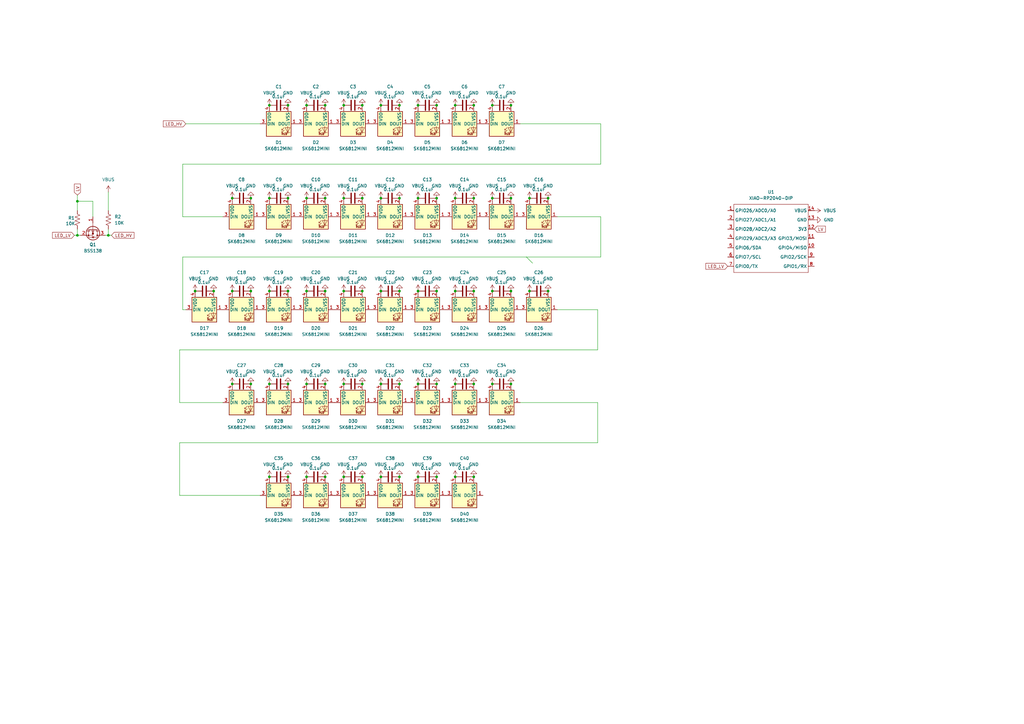
<source format=kicad_sch>
(kicad_sch (version 20250114) (generator "eeschema") (generator_version "9.0")
  (paper "A3")
  (junction (at 224.79 119.38))
  (junction (at 201.93 119.38))
  (junction (at 186.69 195.58))
  (junction (at 179.07 157.48))
  (junction (at 31.75 96.52))
  (junction (at 163.83 43.18))
  (junction (at 194.31 81.28))
  (junction (at 156.21 195.58))
  (junction (at 125.73 195.58))
  (junction (at 148.59 43.18))
  (junction (at 125.73 119.38))
  (junction (at 110.49 195.58))
  (junction (at 186.69 43.18))
  (junction (at 95.25 119.38))
  (junction (at 148.59 119.38))
  (junction (at 201.93 157.48))
  (junction (at 171.45 119.38))
  (junction (at 125.73 43.18))
  (junction (at 140.97 157.48))
  (junction (at 80.01 119.38))
  (junction (at 95.25 81.28))
  (junction (at 194.31 43.18))
  (junction (at 140.97 43.18))
  (junction (at 31.75 82.55))
  (junction (at 118.11 81.28))
  (junction (at 102.87 119.38))
  (junction (at 125.73 81.28))
  (junction (at 118.11 43.18))
  (junction (at 171.45 43.18))
  (junction (at 179.07 195.58))
  (junction (at 102.87 157.48))
  (junction (at 156.21 81.28))
  (junction (at 217.17 81.28))
  (junction (at 224.79 81.28))
  (junction (at 110.49 43.18))
  (junction (at 201.93 81.28))
  (junction (at 110.49 157.48))
  (junction (at 133.35 195.58))
  (junction (at 186.69 157.48))
  (junction (at 156.21 43.18))
  (junction (at 156.21 119.38))
  (junction (at 44.45 96.52))
  (junction (at 194.31 157.48))
  (junction (at 209.55 119.38))
  (junction (at 194.31 119.38))
  (junction (at 179.07 81.28))
  (junction (at 148.59 81.28))
  (junction (at 102.87 81.28))
  (junction (at 217.17 119.38))
  (junction (at 171.45 81.28))
  (junction (at 209.55 81.28))
  (junction (at 171.45 157.48))
  (junction (at 118.11 119.38))
  (junction (at 148.59 195.58))
  (junction (at 156.21 157.48))
  (junction (at 133.35 43.18))
  (junction (at 194.31 195.58))
  (junction (at 163.83 195.58))
  (junction (at 118.11 157.48))
  (junction (at 186.69 81.28))
  (junction (at 110.49 119.38))
  (junction (at 118.11 195.58))
  (junction (at 209.55 157.48))
  (junction (at 133.35 119.38))
  (junction (at 125.73 157.48))
  (junction (at 140.97 81.28))
  (junction (at 140.97 119.38))
  (junction (at 110.49 81.28))
  (junction (at 148.59 157.48))
  (junction (at 163.83 157.48))
  (junction (at 87.63 119.38))
  (junction (at 186.69 119.38))
  (junction (at 133.35 157.48))
  (junction (at 140.97 195.58))
  (junction (at 95.25 157.48))
  (junction (at 133.35 81.28))
  (junction (at 163.83 81.28))
  (junction (at 201.93 43.18))
  (junction (at 179.07 43.18))
  (junction (at 163.83 119.38))
  (junction (at 179.07 119.38))
  (junction (at 209.55 43.18))
  (junction (at 171.45 195.58))
  (bus_entry (at 215.9 105.41) (size 2.54 2.54))
  (wire (pts (xy 31.75 80.01) (xy 31.75 82.55)))
  (wire (pts (xy 245.11 143.51) (xy 73.66 143.51)))
  (wire (pts (xy 246.38 105.41) (xy 215.9 105.41)))
  (wire (pts (xy 245.11 165.1) (xy 245.11 181.61)))
  (wire (pts (xy 74.93 67.31) (xy 74.93 88.9)))
  (wire (pts (xy 73.66 165.1) (xy 91.44 165.1)))
  (wire (pts (xy 76.2 50.8) (xy 106.68 50.8)))
  (wire (pts (xy 44.45 78.74) (xy 44.45 86.36)))
  (wire (pts (xy 44.45 93.98) (xy 44.45 96.52)))
  (wire (pts (xy 245.11 127) (xy 245.11 143.51)))
  (wire (pts (xy 74.93 105.41) (xy 74.93 127)))
  (wire (pts (xy 246.38 50.8) (xy 213.36 50.8)))
  (wire (pts (xy 45.72 96.52) (xy 44.45 96.52)))
  (wire (pts (xy 30.48 96.52) (xy 31.75 96.52)))
  (wire (pts (xy 38.1 82.55) (xy 31.75 82.55)))
  (wire (pts (xy 245.11 181.61) (xy 73.66 181.61)))
  (wire (pts (xy 73.66 143.51) (xy 73.66 165.1)))
  (wire (pts (xy 74.93 88.9) (xy 91.44 88.9)))
  (wire (pts (xy 74.93 127) (xy 76.2 127)))
  (wire (pts (xy 31.75 96.52) (xy 33.02 96.52)))
  (wire (pts (xy 31.75 93.98) (xy 31.75 96.52)))
  (wire (pts (xy 246.38 88.9) (xy 246.38 105.41)))
  (wire (pts (xy 38.1 88.9) (xy 38.1 82.55)))
  (wire (pts (xy 246.38 50.8) (xy 246.38 67.31)))
  (wire (pts (xy 73.66 181.61) (xy 73.66 203.2)))
  (wire (pts (xy 73.66 203.2) (xy 106.68 203.2)))
  (wire (pts (xy 31.75 82.55) (xy 31.75 86.36)))
  (wire (pts (xy 228.6 127) (xy 245.11 127)))
  (wire (pts (xy 44.45 96.52) (xy 43.18 96.52)))
  (wire (pts (xy 228.6 88.9) (xy 246.38 88.9)))
  (wire (pts (xy 215.9 105.41) (xy 74.93 105.41)))
  (wire (pts (xy 246.38 67.31) (xy 74.93 67.31)))
  (wire (pts (xy 213.36 165.1) (xy 245.11 165.1)))
  (global_label "LED_HV" (shape input) (at 76.2 50.8 180) (property "Intersheetrefs" "${INTERSHEET_REFS}" (effects (hide yes))))
  (global_label "LED_HV" (shape input) (at 45.72 96.52 0) (property "Intersheetrefs" "${INTERSHEET_REFS}" (effects (hide yes))))
  (global_label "LED_LV" (shape input) (at 298.45 109.22 180) (property "Intersheetrefs" "${INTERSHEET_REFS}" (effects (hide yes))))
  (global_label "LV" (shape input) (at 334.01 93.98 0) (property "Intersheetrefs" "${INTERSHEET_REFS}" (effects (hide yes))))
  (global_label "LED_LV" (shape input) (at 30.48 96.52 180) (property "Intersheetrefs" "${INTERSHEET_REFS}" (effects (hide yes))))
  (global_label "LV" (shape input) (at 31.75 80.01 90) (property "Intersheetrefs" "${INTERSHEET_REFS}" (effects (hide yes))))
  (symbol (lib_id "power:VBUS") (at 95.25 157.48 0) (unit 1)
    (property "Reference" "#PWR061" (effects (hide yes)))
    (property "Value" "VBUS" (at 95.25 152.4 0))
    (property "Description" "Power symbol creates a global label with name \"VBUS\"" (effects (hide yes)))
  )
  (symbol (lib_id "LED:SK6812MINI") (at 160.02 165.1 0) (unit 1)
    (property "Reference" "D31" (at 160.02 172.72 0))
    (property "Value" "SK6812MINI" (at 160.02 175.26 0))
    (property "Footprint" "footprints:SK6812MINI-E" (effects (hide yes)))
    (property "Datasheet" "https://cdn-shop.adafruit.com/product-files/2686/SK6812MINI_REV.01-1-2.pdf" (effects (hide yes)))
    (property "Description" "RGB LED with integrated controller" (effects (hide yes)))
  )
  (symbol (lib_id "Device:C") (at 175.26 157.48 90) (unit 1)
    (property "Reference" "C32" (at 175.26 149.86 90))
    (property "Value" "0.1uF" (at 175.26 153.924 90))
    (property "Footprint" "Capacitor_SMD:C_0805_2012Metric_Pad1.18x1.45mm_HandSolder" (effects (hide yes)))
    (property "Description" "Unpolarized capacitor" (effects (hide yes)))
  )
  (symbol (lib_id "power:VBUS") (at 110.49 43.18 0) (unit 1)
    (property "Reference" "#PWR01" (effects (hide yes)))
    (property "Value" "VBUS" (at 110.49 38.1 0))
    (property "Description" "Power symbol creates a global label with name \"VBUS\"" (effects (hide yes)))
  )
  (symbol (lib_id "power:VBUS") (at 217.17 81.28 0) (unit 1)
    (property "Reference" "#PWR032" (effects (hide yes)))
    (property "Value" "VBUS" (at 217.17 76.2 0))
    (property "Description" "Power symbol creates a global label with name \"VBUS\"" (effects (hide yes)))
  )
  (symbol (lib_id "LED:SK6812MINI") (at 175.26 165.1 0) (unit 1)
    (property "Reference" "D32" (at 175.26 172.72 0))
    (property "Value" "SK6812MINI" (at 175.26 175.26 0))
    (property "Footprint" "footprints:SK6812MINI-E" (effects (hide yes)))
    (property "Datasheet" "https://cdn-shop.adafruit.com/product-files/2686/SK6812MINI_REV.01-1-2.pdf" (effects (hide yes)))
    (property "Description" "RGB LED with integrated controller" (effects (hide yes)))
  )
  (symbol (lib_id "power:GND") (at 133.35 81.28 180) (unit 1)
    (property "Reference" "#PWR021" (effects (hide yes)))
    (property "Value" "GND" (at 133.35 76.2 0))
    (property "Description" "Power symbol creates a global label with name \"GND\" , ground" (effects (hide yes)))
  )
  (symbol (lib_id "power:VBUS") (at 125.73 195.58 0) (unit 1)
    (property "Reference" "#PWR081" (effects (hide yes)))
    (property "Value" "VBUS" (at 125.73 190.5 0))
    (property "Description" "Power symbol creates a global label with name \"VBUS\"" (effects (hide yes)))
  )
  (symbol (lib_id "power:VBUS") (at 201.93 157.48 0) (unit 1)
    (property "Reference" "#PWR075" (effects (hide yes)))
    (property "Value" "VBUS" (at 201.93 152.4 0))
    (property "Description" "Power symbol creates a global label with name \"VBUS\"" (effects (hide yes)))
  )
  (symbol (lib_id "Device:C") (at 220.98 81.28 90) (unit 1)
    (property "Reference" "C16" (at 220.98 73.66 90))
    (property "Value" "0.1uF" (at 220.98 77.724 90))
    (property "Footprint" "Capacitor_SMD:C_0805_2012Metric_Pad1.18x1.45mm_HandSolder" (effects (hide yes)))
    (property "Description" "Unpolarized capacitor" (effects (hide yes)))
  )
  (symbol (lib_id "Device:C") (at 114.3 157.48 90) (unit 1)
    (property "Reference" "C28" (at 114.3 149.86 90))
    (property "Value" "0.1uF" (at 114.3 153.924 90))
    (property "Footprint" "Capacitor_SMD:C_0805_2012Metric_Pad1.18x1.45mm_HandSolder" (effects (hide yes)))
    (property "Description" "Unpolarized capacitor" (effects (hide yes)))
  )
  (symbol (lib_id "LED:SK6812MINI") (at 160.02 50.8 0) (unit 1)
    (property "Reference" "D4" (at 160.02 58.42 0))
    (property "Value" "SK6812MINI" (at 160.02 60.96 0))
    (property "Footprint" "footprints:SK6812MINI-E" (effects (hide yes)))
    (property "Datasheet" "https://cdn-shop.adafruit.com/product-files/2686/SK6812MINI_REV.01-1-2.pdf" (effects (hide yes)))
    (property "Description" "RGB LED with integrated controller" (effects (hide yes)))
  )
  (symbol (lib_id "Device:C") (at 175.26 195.58 90) (unit 1)
    (property "Reference" "C39" (at 175.26 187.96 90))
    (property "Value" "0.1uF" (at 175.26 192.024 90))
    (property "Footprint" "Capacitor_SMD:C_0805_2012Metric_Pad1.18x1.45mm_HandSolder" (effects (hide yes)))
    (property "Description" "Unpolarized capacitor" (effects (hide yes)))
  )
  (symbol (lib_id "power:VBUS") (at 171.45 195.58 0) (unit 1)
    (property "Reference" "#PWR087" (effects (hide yes)))
    (property "Value" "VBUS" (at 171.45 190.5 0))
    (property "Description" "Power symbol creates a global label with name \"VBUS\"" (effects (hide yes)))
  )
  (symbol (lib_id "power:GND") (at 209.55 43.18 180) (unit 1)
    (property "Reference" "#PWR014" (effects (hide yes)))
    (property "Value" "GND" (at 209.55 38.1 0))
    (property "Description" "Power symbol creates a global label with name \"GND\" , ground" (effects (hide yes)))
  )
  (symbol (lib_id "Device:C") (at 190.5 157.48 90) (unit 1)
    (property "Reference" "C33" (at 190.5 149.86 90))
    (property "Value" "0.1uF" (at 190.5 153.924 90))
    (property "Footprint" "Capacitor_SMD:C_0805_2012Metric_Pad1.18x1.45mm_HandSolder" (effects (hide yes)))
    (property "Description" "Unpolarized capacitor" (effects (hide yes)))
  )
  (symbol (lib_id "Device:C") (at 144.78 157.48 90) (unit 1)
    (property "Reference" "C30" (at 144.78 149.86 90))
    (property "Value" "0.1uF" (at 144.78 153.924 90))
    (property "Footprint" "Capacitor_SMD:C_0805_2012Metric_Pad1.18x1.45mm_HandSolder" (effects (hide yes)))
    (property "Description" "Unpolarized capacitor" (effects (hide yes)))
  )
  (symbol (lib_id "power:VBUS") (at 156.21 195.58 0) (unit 1)
    (property "Reference" "#PWR085" (effects (hide yes)))
    (property "Value" "VBUS" (at 156.21 190.5 0))
    (property "Description" "Power symbol creates a global label with name \"VBUS\"" (effects (hide yes)))
  )
  (symbol (lib_id "power:VBUS") (at 171.45 157.48 0) (unit 1)
    (property "Reference" "#PWR071" (effects (hide yes)))
    (property "Value" "VBUS" (at 171.45 152.4 0))
    (property "Description" "Power symbol creates a global label with name \"VBUS\"" (effects (hide yes)))
  )
  (symbol (lib_id "Device:C") (at 144.78 81.28 90) (unit 1)
    (property "Reference" "C11" (at 144.78 73.66 90))
    (property "Value" "0.1uF" (at 144.78 77.724 90))
    (property "Footprint" "Capacitor_SMD:C_0805_2012Metric_Pad1.18x1.45mm_HandSolder" (effects (hide yes)))
    (property "Description" "Unpolarized capacitor" (effects (hide yes)))
  )
  (symbol (lib_id "Transistor_FET:BSS138") (at 38.1 93.98 270) (unit 1)
    (property "Reference" "Q1" (at 38.1 100.33 90))
    (property "Value" "BSS138" (at 38.1 102.87 90))
    (property "Footprint" "Package_TO_SOT_SMD:SOT-23" (effects (hide yes)))
    (property "Datasheet" "https://www.onsemi.com/pub/Collateral/BSS138-D.PDF" (effects (hide yes)))
    (property "Description" "50V Vds, 0.22A Id, N-Channel MOSFET, SOT-23" (effects (hide yes)))
  )
  (symbol (lib_id "LED:SK6812MINI") (at 220.98 127 0) (unit 1)
    (property "Reference" "D26" (at 220.98 134.62 0))
    (property "Value" "SK6812MINI" (at 220.98 137.16 0))
    (property "Footprint" "footprints:SK6812MINI-E" (effects (hide yes)))
    (property "Datasheet" "https://cdn-shop.adafruit.com/product-files/2686/SK6812MINI_REV.01-1-2.pdf" (effects (hide yes)))
    (property "Description" "RGB LED with integrated controller" (effects (hide yes)))
  )
  (symbol (lib_id "power:GND") (at 118.11 157.48 180) (unit 1)
    (property "Reference" "#PWR064" (effects (hide yes)))
    (property "Value" "GND" (at 118.11 152.4 0))
    (property "Description" "Power symbol creates a global label with name \"GND\" , ground" (effects (hide yes)))
  )
  (symbol (lib_id "Device:C") (at 129.54 81.28 90) (unit 1)
    (property "Reference" "C10" (at 129.54 73.66 90))
    (property "Value" "0.1uF" (at 129.54 77.724 90))
    (property "Footprint" "Capacitor_SMD:C_0805_2012Metric_Pad1.18x1.45mm_HandSolder" (effects (hide yes)))
    (property "Description" "Unpolarized capacitor" (effects (hide yes)))
  )
  (symbol (lib_id "power:GND") (at 209.55 157.48 180) (unit 1)
    (property "Reference" "#PWR076" (effects (hide yes)))
    (property "Value" "GND" (at 209.55 152.4 0))
    (property "Description" "Power symbol creates a global label with name \"GND\" , ground" (effects (hide yes)))
  )
  (symbol (lib_id "power:GND") (at 194.31 119.38 180) (unit 1)
    (property "Reference" "#PWR049" (effects (hide yes)))
    (property "Value" "GND" (at 194.31 114.3 0))
    (property "Description" "Power symbol creates a global label with name \"GND\" , ground" (effects (hide yes)))
  )
  (symbol (lib_id "Device:C") (at 160.02 195.58 90) (unit 1)
    (property "Reference" "C38" (at 160.02 187.96 90))
    (property "Value" "0.1uF" (at 160.02 192.024 90))
    (property "Footprint" "Capacitor_SMD:C_0805_2012Metric_Pad1.18x1.45mm_HandSolder" (effects (hide yes)))
    (property "Description" "Unpolarized capacitor" (effects (hide yes)))
  )
  (symbol (lib_id "power:GND") (at 148.59 157.48 180) (unit 1)
    (property "Reference" "#PWR068" (effects (hide yes)))
    (property "Value" "GND" (at 148.59 152.4 0))
    (property "Description" "Power symbol creates a global label with name \"GND\" , ground" (effects (hide yes)))
  )
  (symbol (lib_id "LED:SK6812MINI") (at 129.54 50.8 0) (unit 1)
    (property "Reference" "D2" (at 129.54 58.42 0))
    (property "Value" "SK6812MINI" (at 129.54 60.96 0))
    (property "Footprint" "footprints:SK6812MINI-E" (effects (hide yes)))
    (property "Datasheet" "https://cdn-shop.adafruit.com/product-files/2686/SK6812MINI_REV.01-1-2.pdf" (effects (hide yes)))
    (property "Description" "RGB LED with integrated controller" (effects (hide yes)))
  )
  (symbol (lib_id "power:VBUS") (at 140.97 157.48 0) (unit 1)
    (property "Reference" "#PWR067" (effects (hide yes)))
    (property "Value" "VBUS" (at 140.97 152.4 0))
    (property "Description" "Power symbol creates a global label with name \"VBUS\"" (effects (hide yes)))
  )
  (symbol (lib_id "power:GND") (at 179.07 81.28 180) (unit 1)
    (property "Reference" "#PWR027" (effects (hide yes)))
    (property "Value" "GND" (at 179.07 76.2 0))
    (property "Description" "Power symbol creates a global label with name \"GND\" , ground" (effects (hide yes)))
  )
  (symbol (lib_id "LED:SK6812MINI") (at 99.06 165.1 0) (unit 1)
    (property "Reference" "D27" (at 99.06 172.72 0))
    (property "Value" "SK6812MINI" (at 99.06 175.26 0))
    (property "Footprint" "footprints:SK6812MINI-E" (effects (hide yes)))
    (property "Datasheet" "https://cdn-shop.adafruit.com/product-files/2686/SK6812MINI_REV.01-1-2.pdf" (effects (hide yes)))
    (property "Description" "RGB LED with integrated controller" (effects (hide yes)))
  )
  (symbol (lib_id "power:GND") (at 163.83 195.58 180) (unit 1)
    (property "Reference" "#PWR086" (effects (hide yes)))
    (property "Value" "GND" (at 163.83 190.5 0))
    (property "Description" "Power symbol creates a global label with name \"GND\" , ground" (effects (hide yes)))
  )
  (symbol (lib_id "Device:C") (at 190.5 81.28 90) (unit 1)
    (property "Reference" "C14" (at 190.5 73.66 90))
    (property "Value" "0.1uF" (at 190.5 77.724 90))
    (property "Footprint" "Capacitor_SMD:C_0805_2012Metric_Pad1.18x1.45mm_HandSolder" (effects (hide yes)))
    (property "Description" "Unpolarized capacitor" (effects (hide yes)))
  )
  (symbol (lib_id "power:VBUS") (at 110.49 157.48 0) (unit 1)
    (property "Reference" "#PWR063" (effects (hide yes)))
    (property "Value" "VBUS" (at 110.49 152.4 0))
    (property "Description" "Power symbol creates a global label with name \"VBUS\"" (effects (hide yes)))
  )
  (symbol (lib_id "power:VBUS") (at 334.01 86.36 270) (unit 1)
    (property "Reference" "#PWR054" (effects (hide yes)))
    (property "Value" "VBUS" (at 337.82 86.3599 90) (effects (justify left)))
    (property "Description" "Power symbol creates a global label with name \"VBUS\"" (effects (hide yes)))
  )
  (symbol (lib_id "power:VBUS") (at 110.49 195.58 0) (unit 1)
    (property "Reference" "#PWR079" (effects (hide yes)))
    (property "Value" "VBUS" (at 110.49 190.5 0))
    (property "Description" "Power symbol creates a global label with name \"VBUS\"" (effects (hide yes)))
  )
  (symbol (lib_id "Seeed_Studio_XIAO_Series:XIAO-RP2040-DIP") (at 302.26 81.28 0) (unit 1)
    (property "Reference" "U1" (at 316.23 78.74 0))
    (property "Value" "XIAO-RP2040-DIP" (at 316.23 81.28 0))
    (property "Footprint" "Seeed Studio XIAO Series Library:XIAO-RP2040-DIP" (effects (hide yes)))
  )
  (symbol (lib_id "power:GND") (at 194.31 195.58 180) (unit 1)
    (property "Reference" "#PWR090" (effects (hide yes)))
    (property "Value" "GND" (at 194.31 190.5 0))
    (property "Description" "Power symbol creates a global label with name \"GND\" , ground" (effects (hide yes)))
  )
  (symbol (lib_id "power:VBUS") (at 110.49 119.38 0) (unit 1)
    (property "Reference" "#PWR038" (effects (hide yes)))
    (property "Value" "VBUS" (at 110.49 114.3 0))
    (property "Description" "Power symbol creates a global label with name \"VBUS\"" (effects (hide yes)))
  )
  (symbol (lib_id "LED:SK6812MINI") (at 160.02 203.2 0) (unit 1)
    (property "Reference" "D38" (at 160.02 210.82 0))
    (property "Value" "SK6812MINI" (at 160.02 213.36 0))
    (property "Footprint" "footprints:SK6812MINI-E" (effects (hide yes)))
    (property "Datasheet" "https://cdn-shop.adafruit.com/product-files/2686/SK6812MINI_REV.01-1-2.pdf" (effects (hide yes)))
    (property "Description" "RGB LED with integrated controller" (effects (hide yes)))
  )
  (symbol (lib_id "LED:SK6812MINI") (at 160.02 88.9 0) (unit 1)
    (property "Reference" "D12" (at 160.02 96.52 0))
    (property "Value" "SK6812MINI" (at 160.02 99.06 0))
    (property "Footprint" "footprints:SK6812MINI-E" (effects (hide yes)))
    (property "Datasheet" "https://cdn-shop.adafruit.com/product-files/2686/SK6812MINI_REV.01-1-2.pdf" (effects (hide yes)))
    (property "Description" "RGB LED with integrated controller" (effects (hide yes)))
  )
  (symbol (lib_id "Device:C") (at 160.02 119.38 90) (unit 1)
    (property "Reference" "C22" (at 160.02 111.76 90))
    (property "Value" "0.1uF" (at 160.02 115.824 90))
    (property "Footprint" "Capacitor_SMD:C_0805_2012Metric_Pad1.18x1.45mm_HandSolder" (effects (hide yes)))
    (property "Description" "Unpolarized capacitor" (effects (hide yes)))
  )
  (symbol (lib_id "LED:SK6812MINI") (at 144.78 88.9 0) (unit 1)
    (property "Reference" "D11" (at 144.78 96.52 0))
    (property "Value" "SK6812MINI" (at 144.78 99.06 0))
    (property "Footprint" "footprints:SK6812MINI-E" (effects (hide yes)))
    (property "Datasheet" "https://cdn-shop.adafruit.com/product-files/2686/SK6812MINI_REV.01-1-2.pdf" (effects (hide yes)))
    (property "Description" "RGB LED with integrated controller" (effects (hide yes)))
  )
  (symbol (lib_id "LED:SK6812MINI") (at 129.54 88.9 0) (unit 1)
    (property "Reference" "D10" (at 129.54 96.52 0))
    (property "Value" "SK6812MINI" (at 129.54 99.06 0))
    (property "Footprint" "footprints:SK6812MINI-E" (effects (hide yes)))
    (property "Datasheet" "https://cdn-shop.adafruit.com/product-files/2686/SK6812MINI_REV.01-1-2.pdf" (effects (hide yes)))
    (property "Description" "RGB LED with integrated controller" (effects (hide yes)))
  )
  (symbol (lib_id "LED:SK6812MINI") (at 190.5 127 0) (unit 1)
    (property "Reference" "D24" (at 190.5 134.62 0))
    (property "Value" "SK6812MINI" (at 190.5 137.16 0))
    (property "Footprint" "footprints:SK6812MINI-E" (effects (hide yes)))
    (property "Datasheet" "https://cdn-shop.adafruit.com/product-files/2686/SK6812MINI_REV.01-1-2.pdf" (effects (hide yes)))
    (property "Description" "RGB LED with integrated controller" (effects (hide yes)))
  )
  (symbol (lib_id "power:GND") (at 163.83 157.48 180) (unit 1)
    (property "Reference" "#PWR070" (effects (hide yes)))
    (property "Value" "GND" (at 163.83 152.4 0))
    (property "Description" "Power symbol creates a global label with name \"GND\" , ground" (effects (hide yes)))
  )
  (symbol (lib_id "power:VBUS") (at 156.21 119.38 0) (unit 1)
    (property "Reference" "#PWR044" (effects (hide yes)))
    (property "Value" "VBUS" (at 156.21 114.3 0))
    (property "Description" "Power symbol creates a global label with name \"VBUS\"" (effects (hide yes)))
  )
  (symbol (lib_id "Device:C") (at 114.3 195.58 90) (unit 1)
    (property "Reference" "C35" (at 114.3 187.96 90))
    (property "Value" "0.1uF" (at 114.3 192.024 90))
    (property "Footprint" "Capacitor_SMD:C_0805_2012Metric_Pad1.18x1.45mm_HandSolder" (effects (hide yes)))
    (property "Description" "Unpolarized capacitor" (effects (hide yes)))
  )
  (symbol (lib_id "Device:C") (at 190.5 119.38 90) (unit 1)
    (property "Reference" "C24" (at 190.5 111.76 90))
    (property "Value" "0.1uF" (at 190.5 115.824 90))
    (property "Footprint" "Capacitor_SMD:C_0805_2012Metric_Pad1.18x1.45mm_HandSolder" (effects (hide yes)))
    (property "Description" "Unpolarized capacitor" (effects (hide yes)))
  )
  (symbol (lib_id "LED:SK6812MINI") (at 190.5 50.8 0) (unit 1)
    (property "Reference" "D6" (at 190.5 58.42 0))
    (property "Value" "SK6812MINI" (at 190.5 60.96 0))
    (property "Footprint" "footprints:SK6812MINI-E" (effects (hide yes)))
    (property "Datasheet" "https://cdn-shop.adafruit.com/product-files/2686/SK6812MINI_REV.01-1-2.pdf" (effects (hide yes)))
    (property "Description" "RGB LED with integrated controller" (effects (hide yes)))
  )
  (symbol (lib_id "Device:C") (at 190.5 195.58 90) (unit 1)
    (property "Reference" "C40" (at 190.5 187.96 90))
    (property "Value" "0.1uF" (at 190.5 192.024 90))
    (property "Footprint" "Capacitor_SMD:C_0805_2012Metric_Pad1.18x1.45mm_HandSolder" (effects (hide yes)))
    (property "Description" "Unpolarized capacitor" (effects (hide yes)))
  )
  (symbol (lib_id "power:GND") (at 118.11 195.58 180) (unit 1)
    (property "Reference" "#PWR080" (effects (hide yes)))
    (property "Value" "GND" (at 118.11 190.5 0))
    (property "Description" "Power symbol creates a global label with name \"GND\" , ground" (effects (hide yes)))
  )
  (symbol (lib_id "Device:C") (at 129.54 157.48 90) (unit 1)
    (property "Reference" "C29" (at 129.54 149.86 90))
    (property "Value" "0.1uF" (at 129.54 153.924 90))
    (property "Footprint" "Capacitor_SMD:C_0805_2012Metric_Pad1.18x1.45mm_HandSolder" (effects (hide yes)))
    (property "Description" "Unpolarized capacitor" (effects (hide yes)))
  )
  (symbol (lib_id "power:GND") (at 163.83 81.28 180) (unit 1)
    (property "Reference" "#PWR025" (effects (hide yes)))
    (property "Value" "GND" (at 163.83 76.2 0))
    (property "Description" "Power symbol creates a global label with name \"GND\" , ground" (effects (hide yes)))
  )
  (symbol (lib_id "power:VBUS") (at 186.69 157.48 0) (unit 1)
    (property "Reference" "#PWR073" (effects (hide yes)))
    (property "Value" "VBUS" (at 186.69 152.4 0))
    (property "Description" "Power symbol creates a global label with name \"VBUS\"" (effects (hide yes)))
  )
  (symbol (lib_id "LED:SK6812MINI") (at 129.54 127 0) (unit 1)
    (property "Reference" "D20" (at 129.54 134.62 0))
    (property "Value" "SK6812MINI" (at 129.54 137.16 0))
    (property "Footprint" "footprints:SK6812MINI-E" (effects (hide yes)))
    (property "Datasheet" "https://cdn-shop.adafruit.com/product-files/2686/SK6812MINI_REV.01-1-2.pdf" (effects (hide yes)))
    (property "Description" "RGB LED with integrated controller" (effects (hide yes)))
  )
  (symbol (lib_id "power:GND") (at 163.83 119.38 180) (unit 1)
    (property "Reference" "#PWR045" (effects (hide yes)))
    (property "Value" "GND" (at 163.83 114.3 0))
    (property "Description" "Power symbol creates a global label with name \"GND\" , ground" (effects (hide yes)))
  )
  (symbol (lib_id "power:VBUS") (at 80.01 119.38 0) (unit 1)
    (property "Reference" "#PWR034" (effects (hide yes)))
    (property "Value" "VBUS" (at 80.01 114.3 0))
    (property "Description" "Power symbol creates a global label with name \"VBUS\"" (effects (hide yes)))
  )
  (symbol (lib_id "power:GND") (at 118.11 119.38 180) (unit 1)
    (property "Reference" "#PWR039" (effects (hide yes)))
    (property "Value" "GND" (at 118.11 114.3 0))
    (property "Description" "Power symbol creates a global label with name \"GND\" , ground" (effects (hide yes)))
  )
  (symbol (lib_id "power:GND") (at 163.83 43.18 180) (unit 1)
    (property "Reference" "#PWR08" (effects (hide yes)))
    (property "Value" "GND" (at 163.83 38.1 0))
    (property "Description" "Power symbol creates a global label with name \"GND\" , ground" (effects (hide yes)))
  )
  (symbol (lib_id "LED:SK6812MINI") (at 114.3 88.9 0) (unit 1)
    (property "Reference" "D9" (at 114.3 96.52 0))
    (property "Value" "SK6812MINI" (at 114.3 99.06 0))
    (property "Footprint" "footprints:SK6812MINI-E" (effects (hide yes)))
    (property "Datasheet" "https://cdn-shop.adafruit.com/product-files/2686/SK6812MINI_REV.01-1-2.pdf" (effects (hide yes)))
    (property "Description" "RGB LED with integrated controller" (effects (hide yes)))
  )
  (symbol (lib_id "Device:C") (at 99.06 81.28 90) (unit 1)
    (property "Reference" "C8" (at 99.06 73.66 90))
    (property "Value" "0.1uF" (at 99.06 77.724 90))
    (property "Footprint" "Capacitor_SMD:C_0805_2012Metric_Pad1.18x1.45mm_HandSolder" (effects (hide yes)))
    (property "Description" "Unpolarized capacitor" (effects (hide yes)))
  )
  (symbol (lib_id "power:GND") (at 133.35 119.38 180) (unit 1)
    (property "Reference" "#PWR041" (effects (hide yes)))
    (property "Value" "GND" (at 133.35 114.3 0))
    (property "Description" "Power symbol creates a global label with name \"GND\" , ground" (effects (hide yes)))
  )
  (symbol (lib_id "Device:C") (at 114.3 81.28 90) (unit 1)
    (property "Reference" "C9" (at 114.3 73.66 90))
    (property "Value" "0.1uF" (at 114.3 77.724 90))
    (property "Footprint" "Capacitor_SMD:C_0805_2012Metric_Pad1.18x1.45mm_HandSolder" (effects (hide yes)))
    (property "Description" "Unpolarized capacitor" (effects (hide yes)))
  )
  (symbol (lib_id "power:GND") (at 179.07 195.58 180) (unit 1)
    (property "Reference" "#PWR088" (effects (hide yes)))
    (property "Value" "GND" (at 179.07 190.5 0))
    (property "Description" "Power symbol creates a global label with name \"GND\" , ground" (effects (hide yes)))
  )
  (symbol (lib_id "Device:C") (at 129.54 195.58 90) (unit 1)
    (property "Reference" "C36" (at 129.54 187.96 90))
    (property "Value" "0.1uF" (at 129.54 192.024 90))
    (property "Footprint" "Capacitor_SMD:C_0805_2012Metric_Pad1.18x1.45mm_HandSolder" (effects (hide yes)))
    (property "Description" "Unpolarized capacitor" (effects (hide yes)))
  )
  (symbol (lib_id "power:VBUS") (at 125.73 81.28 0) (unit 1)
    (property "Reference" "#PWR020" (effects (hide yes)))
    (property "Value" "VBUS" (at 125.73 76.2 0))
    (property "Description" "Power symbol creates a global label with name \"VBUS\"" (effects (hide yes)))
  )
  (symbol (lib_id "Device:C") (at 129.54 43.18 90) (unit 1)
    (property "Reference" "C2" (at 129.54 35.56 90))
    (property "Value" "0.1uF" (at 129.54 39.624 90))
    (property "Footprint" "Capacitor_SMD:C_0805_2012Metric_Pad1.18x1.45mm_HandSolder" (effects (hide yes)))
    (property "Description" "Unpolarized capacitor" (effects (hide yes)))
  )
  (symbol (lib_id "Device:C") (at 114.3 43.18 90) (unit 1)
    (property "Reference" "C1" (at 114.3 35.56 90))
    (property "Value" "0.1uF" (at 114.3 39.624 90))
    (property "Footprint" "Capacitor_SMD:C_0805_2012Metric_Pad1.18x1.45mm_HandSolder" (effects (hide yes)))
    (property "Description" "Unpolarized capacitor" (effects (hide yes)))
  )
  (symbol (lib_id "Device:C") (at 129.54 119.38 90) (unit 1)
    (property "Reference" "C20" (at 129.54 111.76 90))
    (property "Value" "0.1uF" (at 129.54 115.824 90))
    (property "Footprint" "Capacitor_SMD:C_0805_2012Metric_Pad1.18x1.45mm_HandSolder" (effects (hide yes)))
    (property "Description" "Unpolarized capacitor" (effects (hide yes)))
  )
  (symbol (lib_id "Device:C") (at 205.74 157.48 90) (unit 1)
    (property "Reference" "C34" (at 205.74 149.86 90))
    (property "Value" "0.1uF" (at 205.74 153.924 90))
    (property "Footprint" "Capacitor_SMD:C_0805_2012Metric_Pad1.18x1.45mm_HandSolder" (effects (hide yes)))
    (property "Description" "Unpolarized capacitor" (effects (hide yes)))
  )
  (symbol (lib_id "power:GND") (at 148.59 81.28 180) (unit 1)
    (property "Reference" "#PWR023" (effects (hide yes)))
    (property "Value" "GND" (at 148.59 76.2 0))
    (property "Description" "Power symbol creates a global label with name \"GND\" , ground" (effects (hide yes)))
  )
  (symbol (lib_id "power:VBUS") (at 156.21 157.48 0) (unit 1)
    (property "Reference" "#PWR069" (effects (hide yes)))
    (property "Value" "VBUS" (at 156.21 152.4 0))
    (property "Description" "Power symbol creates a global label with name \"VBUS\"" (effects (hide yes)))
  )
  (symbol (lib_id "power:VBUS") (at 140.97 43.18 0) (unit 1)
    (property "Reference" "#PWR05" (effects (hide yes)))
    (property "Value" "VBUS" (at 140.97 38.1 0))
    (property "Description" "Power symbol creates a global label with name \"VBUS\"" (effects (hide yes)))
  )
  (symbol (lib_id "power:VBUS") (at 186.69 119.38 0) (unit 1)
    (property "Reference" "#PWR048" (effects (hide yes)))
    (property "Value" "VBUS" (at 186.69 114.3 0))
    (property "Description" "Power symbol creates a global label with name \"VBUS\"" (effects (hide yes)))
  )
  (symbol (lib_id "Device:C") (at 190.5 43.18 90) (unit 1)
    (property "Reference" "C6" (at 190.5 35.56 90))
    (property "Value" "0.1uF" (at 190.5 39.624 90))
    (property "Footprint" "Capacitor_SMD:C_0805_2012Metric_Pad1.18x1.45mm_HandSolder" (effects (hide yes)))
    (property "Description" "Unpolarized capacitor" (effects (hide yes)))
  )
  (symbol (lib_id "Device:C") (at 114.3 119.38 90) (unit 1)
    (property "Reference" "C19" (at 114.3 111.76 90))
    (property "Value" "0.1uF" (at 114.3 115.824 90))
    (property "Footprint" "Capacitor_SMD:C_0805_2012Metric_Pad1.18x1.45mm_HandSolder" (effects (hide yes)))
    (property "Description" "Unpolarized capacitor" (effects (hide yes)))
  )
  (symbol (lib_id "power:VBUS") (at 156.21 81.28 0) (unit 1)
    (property "Reference" "#PWR024" (effects (hide yes)))
    (property "Value" "VBUS" (at 156.21 76.2 0))
    (property "Description" "Power symbol creates a global label with name \"VBUS\"" (effects (hide yes)))
  )
  (symbol (lib_id "Device:C") (at 83.82 119.38 90) (unit 1)
    (property "Reference" "C17" (at 83.82 111.76 90))
    (property "Value" "0.1uF" (at 83.82 115.824 90))
    (property "Footprint" "Capacitor_SMD:C_0805_2012Metric_Pad1.18x1.45mm_HandSolder" (effects (hide yes)))
    (property "Description" "Unpolarized capacitor" (effects (hide yes)))
  )
  (symbol (lib_id "LED:SK6812MINI") (at 205.74 127 0) (unit 1)
    (property "Reference" "D25" (at 205.74 134.62 0))
    (property "Value" "SK6812MINI" (at 205.74 137.16 0))
    (property "Footprint" "footprints:SK6812MINI-E" (effects (hide yes)))
    (property "Datasheet" "https://cdn-shop.adafruit.com/product-files/2686/SK6812MINI_REV.01-1-2.pdf" (effects (hide yes)))
    (property "Description" "RGB LED with integrated controller" (effects (hide yes)))
  )
  (symbol (lib_id "LED:SK6812MINI") (at 114.3 50.8 0) (unit 1)
    (property "Reference" "D1" (at 114.3 58.42 0))
    (property "Value" "SK6812MINI" (at 114.3 60.96 0))
    (property "Footprint" "footprints:SK6812MINI-E" (effects (hide yes)))
    (property "Datasheet" "https://cdn-shop.adafruit.com/product-files/2686/SK6812MINI_REV.01-1-2.pdf" (effects (hide yes)))
    (property "Description" "RGB LED with integrated controller" (effects (hide yes)))
  )
  (symbol (lib_id "power:VBUS") (at 95.25 81.28 0) (unit 1)
    (property "Reference" "#PWR016" (effects (hide yes)))
    (property "Value" "VBUS" (at 95.25 76.2 0))
    (property "Description" "Power symbol creates a global label with name \"VBUS\"" (effects (hide yes)))
  )
  (symbol (lib_id "power:GND") (at 118.11 81.28 180) (unit 1)
    (property "Reference" "#PWR019" (effects (hide yes)))
    (property "Value" "GND" (at 118.11 76.2 0))
    (property "Description" "Power symbol creates a global label with name \"GND\" , ground" (effects (hide yes)))
  )
  (symbol (lib_id "Device:C") (at 220.98 119.38 90) (unit 1)
    (property "Reference" "C26" (at 220.98 111.76 90))
    (property "Value" "0.1uF" (at 220.98 115.824 90))
    (property "Footprint" "Capacitor_SMD:C_0805_2012Metric_Pad1.18x1.45mm_HandSolder" (effects (hide yes)))
    (property "Description" "Unpolarized capacitor" (effects (hide yes)))
  )
  (symbol (lib_id "power:GND") (at 209.55 119.38 180) (unit 1)
    (property "Reference" "#PWR051" (effects (hide yes)))
    (property "Value" "GND" (at 209.55 114.3 0))
    (property "Description" "Power symbol creates a global label with name \"GND\" , ground" (effects (hide yes)))
  )
  (symbol (lib_id "Device:C") (at 175.26 119.38 90) (unit 1)
    (property "Reference" "C23" (at 175.26 111.76 90))
    (property "Value" "0.1uF" (at 175.26 115.824 90))
    (property "Footprint" "Capacitor_SMD:C_0805_2012Metric_Pad1.18x1.45mm_HandSolder" (effects (hide yes)))
    (property "Description" "Unpolarized capacitor" (effects (hide yes)))
  )
  (symbol (lib_id "power:GND") (at 194.31 81.28 180) (unit 1)
    (property "Reference" "#PWR029" (effects (hide yes)))
    (property "Value" "GND" (at 194.31 76.2 0))
    (property "Description" "Power symbol creates a global label with name \"GND\" , ground" (effects (hide yes)))
  )
  (symbol (lib_id "LED:SK6812MINI") (at 99.06 127 0) (unit 1)
    (property "Reference" "D18" (at 99.06 134.62 0))
    (property "Value" "SK6812MINI" (at 99.06 137.16 0))
    (property "Footprint" "footprints:SK6812MINI-E" (effects (hide yes)))
    (property "Datasheet" "https://cdn-shop.adafruit.com/product-files/2686/SK6812MINI_REV.01-1-2.pdf" (effects (hide yes)))
    (property "Description" "RGB LED with integrated controller" (effects (hide yes)))
  )
  (symbol (lib_id "power:VBUS") (at 125.73 157.48 0) (unit 1)
    (property "Reference" "#PWR065" (effects (hide yes)))
    (property "Value" "VBUS" (at 125.73 152.4 0))
    (property "Description" "Power symbol creates a global label with name \"VBUS\"" (effects (hide yes)))
  )
  (symbol (lib_id "power:GND") (at 209.55 81.28 180) (unit 1)
    (property "Reference" "#PWR031" (effects (hide yes)))
    (property "Value" "GND" (at 209.55 76.2 0))
    (property "Description" "Power symbol creates a global label with name \"GND\" , ground" (effects (hide yes)))
  )
  (symbol (lib_id "Device:C") (at 205.74 81.28 90) (unit 1)
    (property "Reference" "C15" (at 205.74 73.66 90))
    (property "Value" "0.1uF" (at 205.74 77.724 90))
    (property "Footprint" "Capacitor_SMD:C_0805_2012Metric_Pad1.18x1.45mm_HandSolder" (effects (hide yes)))
    (property "Description" "Unpolarized capacitor" (effects (hide yes)))
  )
  (symbol (lib_id "Device:C") (at 99.06 119.38 90) (unit 1)
    (property "Reference" "C18" (at 99.06 111.76 90))
    (property "Value" "0.1uF" (at 99.06 115.824 90))
    (property "Footprint" "Capacitor_SMD:C_0805_2012Metric_Pad1.18x1.45mm_HandSolder" (effects (hide yes)))
    (property "Description" "Unpolarized capacitor" (effects (hide yes)))
  )
  (symbol (lib_id "LED:SK6812MINI") (at 114.3 203.2 0) (unit 1)
    (property "Reference" "D35" (at 114.3 210.82 0))
    (property "Value" "SK6812MINI" (at 114.3 213.36 0))
    (property "Footprint" "footprints:SK6812MINI-E" (effects (hide yes)))
    (property "Datasheet" "https://cdn-shop.adafruit.com/product-files/2686/SK6812MINI_REV.01-1-2.pdf" (effects (hide yes)))
    (property "Description" "RGB LED with integrated controller" (effects (hide yes)))
  )
  (symbol (lib_id "LED:SK6812MINI") (at 144.78 203.2 0) (unit 1)
    (property "Reference" "D37" (at 144.78 210.82 0))
    (property "Value" "SK6812MINI" (at 144.78 213.36 0))
    (property "Footprint" "footprints:SK6812MINI-E" (effects (hide yes)))
    (property "Datasheet" "https://cdn-shop.adafruit.com/product-files/2686/SK6812MINI_REV.01-1-2.pdf" (effects (hide yes)))
    (property "Description" "RGB LED with integrated controller" (effects (hide yes)))
  )
  (symbol (lib_id "power:GND") (at 87.63 119.38 180) (unit 1)
    (property "Reference" "#PWR035" (effects (hide yes)))
    (property "Value" "GND" (at 87.63 114.3 0))
    (property "Description" "Power symbol creates a global label with name \"GND\" , ground" (effects (hide yes)))
  )
  (symbol (lib_id "power:GND") (at 133.35 43.18 180) (unit 1)
    (property "Reference" "#PWR04" (effects (hide yes)))
    (property "Value" "GND" (at 133.35 38.1 0))
    (property "Description" "Power symbol creates a global label with name \"GND\" , ground" (effects (hide yes)))
  )
  (symbol (lib_id "power:GND") (at 102.87 119.38 180) (unit 1)
    (property "Reference" "#PWR037" (effects (hide yes)))
    (property "Value" "GND" (at 102.87 114.3 0))
    (property "Description" "Power symbol creates a global label with name \"GND\" , ground" (effects (hide yes)))
  )
  (symbol (lib_id "power:VBUS") (at 171.45 119.38 0) (unit 1)
    (property "Reference" "#PWR046" (effects (hide yes)))
    (property "Value" "VBUS" (at 171.45 114.3 0))
    (property "Description" "Power symbol creates a global label with name \"VBUS\"" (effects (hide yes)))
  )
  (symbol (lib_id "power:GND") (at 148.59 119.38 180) (unit 1)
    (property "Reference" "#PWR043" (effects (hide yes)))
    (property "Value" "GND" (at 148.59 114.3 0))
    (property "Description" "Power symbol creates a global label with name \"GND\" , ground" (effects (hide yes)))
  )
  (symbol (lib_id "LED:SK6812MINI") (at 129.54 203.2 0) (unit 1)
    (property "Reference" "D36" (at 129.54 210.82 0))
    (property "Value" "SK6812MINI" (at 129.54 213.36 0))
    (property "Footprint" "footprints:SK6812MINI-E" (effects (hide yes)))
    (property "Datasheet" "https://cdn-shop.adafruit.com/product-files/2686/SK6812MINI_REV.01-1-2.pdf" (effects (hide yes)))
    (property "Description" "RGB LED with integrated controller" (effects (hide yes)))
  )
  (symbol (lib_id "Device:C") (at 205.74 119.38 90) (unit 1)
    (property "Reference" "C25" (at 205.74 111.76 90))
    (property "Value" "0.1uF" (at 205.74 115.824 90))
    (property "Footprint" "Capacitor_SMD:C_0805_2012Metric_Pad1.18x1.45mm_HandSolder" (effects (hide yes)))
    (property "Description" "Unpolarized capacitor" (effects (hide yes)))
  )
  (symbol (lib_id "power:VBUS") (at 186.69 43.18 0) (unit 1)
    (property "Reference" "#PWR011" (effects (hide yes)))
    (property "Value" "VBUS" (at 186.69 38.1 0))
    (property "Description" "Power symbol creates a global label with name \"VBUS\"" (effects (hide yes)))
  )
  (symbol (lib_id "power:VBUS") (at 140.97 195.58 0) (unit 1)
    (property "Reference" "#PWR083" (effects (hide yes)))
    (property "Value" "VBUS" (at 140.97 190.5 0))
    (property "Description" "Power symbol creates a global label with name \"VBUS\"" (effects (hide yes)))
  )
  (symbol (lib_id "power:GND") (at 148.59 195.58 180) (unit 1)
    (property "Reference" "#PWR084" (effects (hide yes)))
    (property "Value" "GND" (at 148.59 190.5 0))
    (property "Description" "Power symbol creates a global label with name \"GND\" , ground" (effects (hide yes)))
  )
  (symbol (lib_id "power:GND") (at 194.31 43.18 180) (unit 1)
    (property "Reference" "#PWR012" (effects (hide yes)))
    (property "Value" "GND" (at 194.31 38.1 0))
    (property "Description" "Power symbol creates a global label with name \"GND\" , ground" (effects (hide yes)))
  )
  (symbol (lib_id "LED:SK6812MINI") (at 144.78 50.8 0) (unit 1)
    (property "Reference" "D3" (at 144.78 58.42 0))
    (property "Value" "SK6812MINI" (at 144.78 60.96 0))
    (property "Footprint" "footprints:SK6812MINI-E" (effects (hide yes)))
    (property "Datasheet" "https://cdn-shop.adafruit.com/product-files/2686/SK6812MINI_REV.01-1-2.pdf" (effects (hide yes)))
    (property "Description" "RGB LED with integrated controller" (effects (hide yes)))
  )
  (symbol (lib_id "power:VBUS") (at 201.93 119.38 0) (unit 1)
    (property "Reference" "#PWR050" (effects (hide yes)))
    (property "Value" "VBUS" (at 201.93 114.3 0))
    (property "Description" "Power symbol creates a global label with name \"VBUS\"" (effects (hide yes)))
  )
  (symbol (lib_id "LED:SK6812MINI") (at 190.5 203.2 0) (unit 1)
    (property "Reference" "D40" (at 190.5 210.82 0))
    (property "Value" "SK6812MINI" (at 190.5 213.36 0))
    (property "Footprint" "footprints:SK6812MINI-E" (effects (hide yes)))
    (property "Datasheet" "https://cdn-shop.adafruit.com/product-files/2686/SK6812MINI_REV.01-1-2.pdf" (effects (hide yes)))
    (property "Description" "RGB LED with integrated controller" (effects (hide yes)))
  )
  (symbol (lib_id "LED:SK6812MINI") (at 99.06 88.9 0) (unit 1)
    (property "Reference" "D8" (at 99.06 96.52 0))
    (property "Value" "SK6812MINI" (at 99.06 99.06 0))
    (property "Footprint" "footprints:SK6812MINI-E" (effects (hide yes)))
    (property "Datasheet" "https://cdn-shop.adafruit.com/product-files/2686/SK6812MINI_REV.01-1-2.pdf" (effects (hide yes)))
    (property "Description" "RGB LED with integrated controller" (effects (hide yes)))
  )
  (symbol (lib_id "Device:C") (at 144.78 43.18 90) (unit 1)
    (property "Reference" "C3" (at 144.78 35.56 90))
    (property "Value" "0.1uF" (at 144.78 39.624 90))
    (property "Footprint" "Capacitor_SMD:C_0805_2012Metric_Pad1.18x1.45mm_HandSolder" (effects (hide yes)))
    (property "Description" "Unpolarized capacitor" (effects (hide yes)))
  )
  (symbol (lib_id "power:VBUS") (at 156.21 43.18 0) (unit 1)
    (property "Reference" "#PWR07" (effects (hide yes)))
    (property "Value" "VBUS" (at 156.21 38.1 0))
    (property "Description" "Power symbol creates a global label with name \"VBUS\"" (effects (hide yes)))
  )
  (symbol (lib_id "LED:SK6812MINI") (at 144.78 127 0) (unit 1)
    (property "Reference" "D21" (at 144.78 134.62 0))
    (property "Value" "SK6812MINI" (at 144.78 137.16 0))
    (property "Footprint" "footprints:SK6812MINI-E" (effects (hide yes)))
    (property "Datasheet" "https://cdn-shop.adafruit.com/product-files/2686/SK6812MINI_REV.01-1-2.pdf" (effects (hide yes)))
    (property "Description" "RGB LED with integrated controller" (effects (hide yes)))
  )
  (symbol (lib_id "power:VBUS") (at 186.69 81.28 0) (unit 1)
    (property "Reference" "#PWR028" (effects (hide yes)))
    (property "Value" "VBUS" (at 186.69 76.2 0))
    (property "Description" "Power symbol creates a global label with name \"VBUS\"" (effects (hide yes)))
  )
  (symbol (lib_id "power:GND") (at 133.35 195.58 180) (unit 1)
    (property "Reference" "#PWR082" (effects (hide yes)))
    (property "Value" "GND" (at 133.35 190.5 0))
    (property "Description" "Power symbol creates a global label with name \"GND\" , ground" (effects (hide yes)))
  )
  (symbol (lib_id "power:VBUS") (at 140.97 119.38 0) (unit 1)
    (property "Reference" "#PWR042" (effects (hide yes)))
    (property "Value" "VBUS" (at 140.97 114.3 0))
    (property "Description" "Power symbol creates a global label with name \"VBUS\"" (effects (hide yes)))
  )
  (symbol (lib_id "power:VBUS") (at 44.45 78.74 0) (unit 1)
    (property "Reference" "#PWR015" (effects (hide yes)))
    (property "Value" "VBUS" (at 44.45 73.66 0))
    (property "Description" "Power symbol creates a global label with name \"VBUS\"" (effects (hide yes)))
  )
  (symbol (lib_id "power:GND") (at 224.79 119.38 180) (unit 1)
    (property "Reference" "#PWR053" (effects (hide yes)))
    (property "Value" "GND" (at 224.79 114.3 0))
    (property "Description" "Power symbol creates a global label with name \"GND\" , ground" (effects (hide yes)))
  )
  (symbol (lib_id "power:GND") (at 148.59 43.18 180) (unit 1)
    (property "Reference" "#PWR06" (effects (hide yes)))
    (property "Value" "GND" (at 148.59 38.1 0))
    (property "Description" "Power symbol creates a global label with name \"GND\" , ground" (effects (hide yes)))
  )
  (symbol (lib_id "Device:C") (at 144.78 195.58 90) (unit 1)
    (property "Reference" "C37" (at 144.78 187.96 90))
    (property "Value" "0.1uF" (at 144.78 192.024 90))
    (property "Footprint" "Capacitor_SMD:C_0805_2012Metric_Pad1.18x1.45mm_HandSolder" (effects (hide yes)))
    (property "Description" "Unpolarized capacitor" (effects (hide yes)))
  )
  (symbol (lib_id "power:VBUS") (at 201.93 43.18 0) (unit 1)
    (property "Reference" "#PWR013" (effects (hide yes)))
    (property "Value" "VBUS" (at 201.93 38.1 0))
    (property "Description" "Power symbol creates a global label with name \"VBUS\"" (effects (hide yes)))
  )
  (symbol (lib_id "LED:SK6812MINI") (at 129.54 165.1 0) (unit 1)
    (property "Reference" "D29" (at 129.54 172.72 0))
    (property "Value" "SK6812MINI" (at 129.54 175.26 0))
    (property "Footprint" "footprints:SK6812MINI-E" (effects (hide yes)))
    (property "Datasheet" "https://cdn-shop.adafruit.com/product-files/2686/SK6812MINI_REV.01-1-2.pdf" (effects (hide yes)))
    (property "Description" "RGB LED with integrated controller" (effects (hide yes)))
  )
  (symbol (lib_id "power:GND") (at 179.07 157.48 180) (unit 1)
    (property "Reference" "#PWR072" (effects (hide yes)))
    (property "Value" "GND" (at 179.07 152.4 0))
    (property "Description" "Power symbol creates a global label with name \"GND\" , ground" (effects (hide yes)))
  )
  (symbol (lib_id "power:GND") (at 102.87 81.28 180) (unit 1)
    (property "Reference" "#PWR017" (effects (hide yes)))
    (property "Value" "GND" (at 102.87 76.2 0))
    (property "Description" "Power symbol creates a global label with name \"GND\" , ground" (effects (hide yes)))
  )
  (symbol (lib_id "power:VBUS") (at 171.45 81.28 0) (unit 1)
    (property "Reference" "#PWR026" (effects (hide yes)))
    (property "Value" "VBUS" (at 171.45 76.2 0))
    (property "Description" "Power symbol creates a global label with name \"VBUS\"" (effects (hide yes)))
  )
  (symbol (lib_id "LED:SK6812MINI") (at 175.26 88.9 0) (unit 1)
    (property "Reference" "D13" (at 175.26 96.52 0))
    (property "Value" "SK6812MINI" (at 175.26 99.06 0))
    (property "Footprint" "footprints:SK6812MINI-E" (effects (hide yes)))
    (property "Datasheet" "https://cdn-shop.adafruit.com/product-files/2686/SK6812MINI_REV.01-1-2.pdf" (effects (hide yes)))
    (property "Description" "RGB LED with integrated controller" (effects (hide yes)))
  )
  (symbol (lib_id "LED:SK6812MINI") (at 205.74 165.1 0) (unit 1)
    (property "Reference" "D34" (at 205.74 172.72 0))
    (property "Value" "SK6812MINI" (at 205.74 175.26 0))
    (property "Footprint" "footprints:SK6812MINI-E" (effects (hide yes)))
    (property "Datasheet" "https://cdn-shop.adafruit.com/product-files/2686/SK6812MINI_REV.01-1-2.pdf" (effects (hide yes)))
    (property "Description" "RGB LED with integrated controller" (effects (hide yes)))
  )
  (symbol (lib_id "LED:SK6812MINI") (at 175.26 203.2 0) (unit 1)
    (property "Reference" "D39" (at 175.26 210.82 0))
    (property "Value" "SK6812MINI" (at 175.26 213.36 0))
    (property "Footprint" "footprints:SK6812MINI-E" (effects (hide yes)))
    (property "Datasheet" "https://cdn-shop.adafruit.com/product-files/2686/SK6812MINI_REV.01-1-2.pdf" (effects (hide yes)))
    (property "Description" "RGB LED with integrated controller" (effects (hide yes)))
  )
  (symbol (lib_id "LED:SK6812MINI") (at 190.5 88.9 0) (unit 1)
    (property "Reference" "D14" (at 190.5 96.52 0))
    (property "Value" "SK6812MINI" (at 190.5 99.06 0))
    (property "Footprint" "footprints:SK6812MINI-E" (effects (hide yes)))
    (property "Datasheet" "https://cdn-shop.adafruit.com/product-files/2686/SK6812MINI_REV.01-1-2.pdf" (effects (hide yes)))
    (property "Description" "RGB LED with integrated controller" (effects (hide yes)))
  )
  (symbol (lib_id "Device:C") (at 160.02 43.18 90) (unit 1)
    (property "Reference" "C4" (at 160.02 35.56 90))
    (property "Value" "0.1uF" (at 160.02 39.624 90))
    (property "Footprint" "Capacitor_SMD:C_0805_2012Metric_Pad1.18x1.45mm_HandSolder" (effects (hide yes)))
    (property "Description" "Unpolarized capacitor" (effects (hide yes)))
  )
  (symbol (lib_id "Device:C") (at 99.06 157.48 90) (unit 1)
    (property "Reference" "C27" (at 99.06 149.86 90))
    (property "Value" "0.1uF" (at 99.06 153.924 90))
    (property "Footprint" "Capacitor_SMD:C_0805_2012Metric_Pad1.18x1.45mm_HandSolder" (effects (hide yes)))
    (property "Description" "Unpolarized capacitor" (effects (hide yes)))
  )
  (symbol (lib_id "LED:SK6812MINI") (at 114.3 127 0) (unit 1)
    (property "Reference" "D19" (at 114.3 134.62 0))
    (property "Value" "SK6812MINI" (at 114.3 137.16 0))
    (property "Footprint" "footprints:SK6812MINI-E" (effects (hide yes)))
    (property "Datasheet" "https://cdn-shop.adafruit.com/product-files/2686/SK6812MINI_REV.01-1-2.pdf" (effects (hide yes)))
    (property "Description" "RGB LED with integrated controller" (effects (hide yes)))
  )
  (symbol (lib_id "Device:C") (at 175.26 43.18 90) (unit 1)
    (property "Reference" "C5" (at 175.26 35.56 90))
    (property "Value" "0.1uF" (at 175.26 39.624 90))
    (property "Footprint" "Capacitor_SMD:C_0805_2012Metric_Pad1.18x1.45mm_HandSolder" (effects (hide yes)))
    (property "Description" "Unpolarized capacitor" (effects (hide yes)))
  )
  (symbol (lib_id "LED:SK6812MINI") (at 144.78 165.1 0) (unit 1)
    (property "Reference" "D30" (at 144.78 172.72 0))
    (property "Value" "SK6812MINI" (at 144.78 175.26 0))
    (property "Footprint" "footprints:SK6812MINI-E" (effects (hide yes)))
    (property "Datasheet" "https://cdn-shop.adafruit.com/product-files/2686/SK6812MINI_REV.01-1-2.pdf" (effects (hide yes)))
    (property "Description" "RGB LED with integrated controller" (effects (hide yes)))
  )
  (symbol (lib_id "LED:SK6812MINI") (at 175.26 127 0) (unit 1)
    (property "Reference" "D23" (at 175.26 134.62 0))
    (property "Value" "SK6812MINI" (at 175.26 137.16 0))
    (property "Footprint" "footprints:SK6812MINI-E" (effects (hide yes)))
    (property "Datasheet" "https://cdn-shop.adafruit.com/product-files/2686/SK6812MINI_REV.01-1-2.pdf" (effects (hide yes)))
    (property "Description" "RGB LED with integrated controller" (effects (hide yes)))
  )
  (symbol (lib_id "power:VBUS") (at 186.69 195.58 0) (unit 1)
    (property "Reference" "#PWR089" (effects (hide yes)))
    (property "Value" "VBUS" (at 186.69 190.5 0))
    (property "Description" "Power symbol creates a global label with name \"VBUS\"" (effects (hide yes)))
  )
  (symbol (lib_id "power:GND") (at 118.11 43.18 180) (unit 1)
    (property "Reference" "#PWR02" (effects (hide yes)))
    (property "Value" "GND" (at 118.11 38.1 0))
    (property "Description" "Power symbol creates a global label with name \"GND\" , ground" (effects (hide yes)))
  )
  (symbol (lib_id "LED:SK6812MINI") (at 190.5 165.1 0) (unit 1)
    (property "Reference" "D33" (at 190.5 172.72 0))
    (property "Value" "SK6812MINI" (at 190.5 175.26 0))
    (property "Footprint" "footprints:SK6812MINI-E" (effects (hide yes)))
    (property "Datasheet" "https://cdn-shop.adafruit.com/product-files/2686/SK6812MINI_REV.01-1-2.pdf" (effects (hide yes)))
    (property "Description" "RGB LED with integrated controller" (effects (hide yes)))
  )
  (symbol (lib_id "LED:SK6812MINI") (at 114.3 165.1 0) (unit 1)
    (property "Reference" "D28" (at 114.3 172.72 0))
    (property "Value" "SK6812MINI" (at 114.3 175.26 0))
    (property "Footprint" "footprints:SK6812MINI-E" (effects (hide yes)))
    (property "Datasheet" "https://cdn-shop.adafruit.com/product-files/2686/SK6812MINI_REV.01-1-2.pdf" (effects (hide yes)))
    (property "Description" "RGB LED with integrated controller" (effects (hide yes)))
  )
  (symbol (lib_id "LED:SK6812MINI") (at 160.02 127 0) (unit 1)
    (property "Reference" "D22" (at 160.02 134.62 0))
    (property "Value" "SK6812MINI" (at 160.02 137.16 0))
    (property "Footprint" "footprints:SK6812MINI-E" (effects (hide yes)))
    (property "Datasheet" "https://cdn-shop.adafruit.com/product-files/2686/SK6812MINI_REV.01-1-2.pdf" (effects (hide yes)))
    (property "Description" "RGB LED with integrated controller" (effects (hide yes)))
  )
  (symbol (lib_id "power:VBUS") (at 140.97 81.28 0) (unit 1)
    (property "Reference" "#PWR022" (effects (hide yes)))
    (property "Value" "VBUS" (at 140.97 76.2 0))
    (property "Description" "Power symbol creates a global label with name \"VBUS\"" (effects (hide yes)))
  )
  (symbol (lib_id "LED:SK6812MINI") (at 205.74 50.8 0) (unit 1)
    (property "Reference" "D7" (at 205.74 58.42 0))
    (property "Value" "SK6812MINI" (at 205.74 60.96 0))
    (property "Footprint" "footprints:SK6812MINI-E" (effects (hide yes)))
    (property "Datasheet" "https://cdn-shop.adafruit.com/product-files/2686/SK6812MINI_REV.01-1-2.pdf" (effects (hide yes)))
    (property "Description" "RGB LED with integrated controller" (effects (hide yes)))
  )
  (symbol (lib_id "Device:C") (at 144.78 119.38 90) (unit 1)
    (property "Reference" "C21" (at 144.78 111.76 90))
    (property "Value" "0.1uF" (at 144.78 115.824 90))
    (property "Footprint" "Capacitor_SMD:C_0805_2012Metric_Pad1.18x1.45mm_HandSolder" (effects (hide yes)))
    (property "Description" "Unpolarized capacitor" (effects (hide yes)))
  )
  (symbol (lib_id "LED:SK6812MINI") (at 205.74 88.9 0) (unit 1)
    (property "Reference" "D15" (at 205.74 96.52 0))
    (property "Value" "SK6812MINI" (at 205.74 99.06 0))
    (property "Footprint" "footprints:SK6812MINI-E" (effects (hide yes)))
    (property "Datasheet" "https://cdn-shop.adafruit.com/product-files/2686/SK6812MINI_REV.01-1-2.pdf" (effects (hide yes)))
    (property "Description" "RGB LED with integrated controller" (effects (hide yes)))
  )
  (symbol (lib_id "power:VBUS") (at 125.73 119.38 0) (unit 1)
    (property "Reference" "#PWR040" (effects (hide yes)))
    (property "Value" "VBUS" (at 125.73 114.3 0))
    (property "Description" "Power symbol creates a global label with name \"VBUS\"" (effects (hide yes)))
  )
  (symbol (lib_id "Device:C") (at 160.02 81.28 90) (unit 1)
    (property "Reference" "C12" (at 160.02 73.66 90))
    (property "Value" "0.1uF" (at 160.02 77.724 90))
    (property "Footprint" "Capacitor_SMD:C_0805_2012Metric_Pad1.18x1.45mm_HandSolder" (effects (hide yes)))
    (property "Description" "Unpolarized capacitor" (effects (hide yes)))
  )
  (symbol (lib_id "Device:R_US") (at 44.45 90.17 0) (unit 1)
    (property "Reference" "R2" (at 46.99 88.8999 0) (effects (justify left)))
    (property "Value" "10K" (at 46.99 91.4399 0) (effects (justify left)))
    (property "Footprint" "Resistor_SMD:R_0603_1608Metric_Pad0.98x0.95mm_HandSolder" (effects (hide yes)))
    (property "Description" "Resistor, US symbol" (effects (hide yes)))
  )
  (symbol (lib_id "Device:C") (at 160.02 157.48 90) (unit 1)
    (property "Reference" "C31" (at 160.02 149.86 90))
    (property "Value" "0.1uF" (at 160.02 153.924 90))
    (property "Footprint" "Capacitor_SMD:C_0805_2012Metric_Pad1.18x1.45mm_HandSolder" (effects (hide yes)))
    (property "Description" "Unpolarized capacitor" (effects (hide yes)))
  )
  (symbol (lib_id "power:VBUS") (at 171.45 43.18 0) (unit 1)
    (property "Reference" "#PWR09" (effects (hide yes)))
    (property "Value" "VBUS" (at 171.45 38.1 0))
    (property "Description" "Power symbol creates a global label with name \"VBUS\"" (effects (hide yes)))
  )
  (symbol (lib_id "power:VBUS") (at 95.25 119.38 0) (unit 1)
    (property "Reference" "#PWR036" (effects (hide yes)))
    (property "Value" "VBUS" (at 95.25 114.3 0))
    (property "Description" "Power symbol creates a global label with name \"VBUS\"" (effects (hide yes)))
  )
  (symbol (lib_id "power:VBUS") (at 217.17 119.38 0) (unit 1)
    (property "Reference" "#PWR052" (effects (hide yes)))
    (property "Value" "VBUS" (at 217.17 114.3 0))
    (property "Description" "Power symbol creates a global label with name \"VBUS\"" (effects (hide yes)))
  )
  (symbol (lib_id "power:GND") (at 102.87 157.48 180) (unit 1)
    (property "Reference" "#PWR062" (effects (hide yes)))
    (property "Value" "GND" (at 102.87 152.4 0))
    (property "Description" "Power symbol creates a global label with name \"GND\" , ground" (effects (hide yes)))
  )
  (symbol (lib_id "power:GND") (at 133.35 157.48 180) (unit 1)
    (property "Reference" "#PWR066" (effects (hide yes)))
    (property "Value" "GND" (at 133.35 152.4 0))
    (property "Description" "Power symbol creates a global label with name \"GND\" , ground" (effects (hide yes)))
  )
  (symbol (lib_id "power:GND") (at 179.07 119.38 180) (unit 1)
    (property "Reference" "#PWR047" (effects (hide yes)))
    (property "Value" "GND" (at 179.07 114.3 0))
    (property "Description" "Power symbol creates a global label with name \"GND\" , ground" (effects (hide yes)))
  )
  (symbol (lib_id "LED:SK6812MINI") (at 220.98 88.9 0) (unit 1)
    (property "Reference" "D16" (at 220.98 96.52 0))
    (property "Value" "SK6812MINI" (at 220.98 99.06 0))
    (property "Footprint" "footprints:SK6812MINI-E" (effects (hide yes)))
    (property "Datasheet" "https://cdn-shop.adafruit.com/product-files/2686/SK6812MINI_REV.01-1-2.pdf" (effects (hide yes)))
    (property "Description" "RGB LED with integrated controller" (effects (hide yes)))
  )
  (symbol (lib_id "Device:R_US") (at 31.75 90.17 0) (unit 1)
    (property "Reference" "R1" (at 27.94 89.408 0) (effects (justify left)))
    (property "Value" "10K" (at 26.924 91.694 0) (effects (justify left)))
    (property "Footprint" "Resistor_SMD:R_0603_1608Metric_Pad0.98x0.95mm_HandSolder" (effects (hide yes)))
    (property "Description" "Resistor, US symbol" (effects (hide yes)))
  )
  (symbol (lib_id "power:VBUS") (at 125.73 43.18 0) (unit 1)
    (property "Reference" "#PWR03" (effects (hide yes)))
    (property "Value" "VBUS" (at 125.73 38.1 0))
    (property "Description" "Power symbol creates a global label with name \"VBUS\"" (effects (hide yes)))
  )
  (symbol (lib_id "power:VBUS") (at 110.49 81.28 0) (unit 1)
    (property "Reference" "#PWR018" (effects (hide yes)))
    (property "Value" "VBUS" (at 110.49 76.2 0))
    (property "Description" "Power symbol creates a global label with name \"VBUS\"" (effects (hide yes)))
  )
  (symbol (lib_id "power:GND") (at 179.07 43.18 180) (unit 1)
    (property "Reference" "#PWR010" (effects (hide yes)))
    (property "Value" "GND" (at 179.07 38.1 0))
    (property "Description" "Power symbol creates a global label with name \"GND\" , ground" (effects (hide yes)))
  )
  (symbol (lib_id "power:GND") (at 224.79 81.28 180) (unit 1)
    (property "Reference" "#PWR033" (effects (hide yes)))
    (property "Value" "GND" (at 224.79 76.2 0))
    (property "Description" "Power symbol creates a global label with name \"GND\" , ground" (effects (hide yes)))
  )
  (symbol (lib_id "power:VBUS") (at 201.93 81.28 0) (unit 1)
    (property "Reference" "#PWR030" (effects (hide yes)))
    (property "Value" "VBUS" (at 201.93 76.2 0))
    (property "Description" "Power symbol creates a global label with name \"VBUS\"" (effects (hide yes)))
  )
  (symbol (lib_id "Device:C") (at 175.26 81.28 90) (unit 1)
    (property "Reference" "C13" (at 175.26 73.66 90))
    (property "Value" "0.1uF" (at 175.26 77.724 90))
    (property "Footprint" "Capacitor_SMD:C_0805_2012Metric_Pad1.18x1.45mm_HandSolder" (effects (hide yes)))
    (property "Description" "Unpolarized capacitor" (effects (hide yes)))
  )
  (symbol (lib_id "Device:C") (at 205.74 43.18 90) (unit 1)
    (property "Reference" "C7" (at 205.74 35.56 90))
    (property "Value" "0.1uF" (at 205.74 39.624 90))
    (property "Footprint" "Capacitor_SMD:C_0805_2012Metric_Pad1.18x1.45mm_HandSolder" (effects (hide yes)))
    (property "Description" "Unpolarized capacitor" (effects (hide yes)))
  )
  (symbol (lib_id "power:GND") (at 334.01 90.17 90) (unit 1)
    (property "Reference" "#PWR091" (effects (hide yes)))
    (property "Value" "GND" (at 337.82 90.1699 90) (effects (justify right)))
    (property "Description" "Power symbol creates a global label with name \"GND\" , ground" (effects (hide yes)))
  )
  (symbol (lib_id "LED:SK6812MINI") (at 175.26 50.8 0) (unit 1)
    (property "Reference" "D5" (at 175.26 58.42 0))
    (property "Value" "SK6812MINI" (at 175.26 60.96 0))
    (property "Footprint" "footprints:SK6812MINI-E" (effects (hide yes)))
    (property "Datasheet" "https://cdn-shop.adafruit.com/product-files/2686/SK6812MINI_REV.01-1-2.pdf" (effects (hide yes)))
    (property "Description" "RGB LED with integrated controller" (effects (hide yes)))
  )
  (symbol (lib_id "power:GND") (at 194.31 157.48 180) (unit 1)
    (property "Reference" "#PWR074" (effects (hide yes)))
    (property "Value" "GND" (at 194.31 152.4 0))
    (property "Description" "Power symbol creates a global label with name \"GND\" , ground" (effects (hide yes)))
  )
  (symbol (lib_id "LED:SK6812MINI") (at 83.82 127 0) (unit 1)
    (property "Reference" "D17" (at 83.82 134.62 0))
    (property "Value" "SK6812MINI" (at 83.82 137.16 0))
    (property "Footprint" "footprints:SK6812MINI-E" (effects (hide yes)))
    (property "Datasheet" "https://cdn-shop.adafruit.com/product-files/2686/SK6812MINI_REV.01-1-2.pdf" (effects (hide yes)))
    (property "Description" "RGB LED with integrated controller" (effects (hide yes)))
  )
)
</source>
